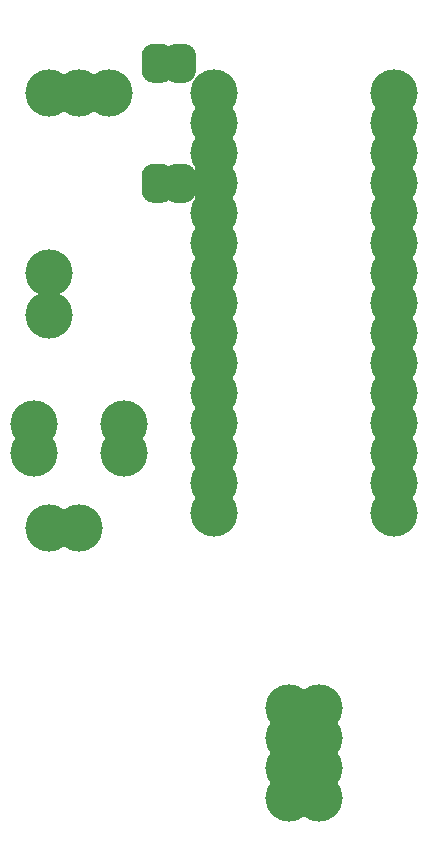
<source format=gbr>
%TF.GenerationSoftware,KiCad,Pcbnew,(5.1.8)-1*%
%TF.CreationDate,2020-11-21T17:08:59-08:00*%
%TF.ProjectId,ard_lightshow,6172645f-6c69-4676-9874-73686f772e6b,rev?*%
%TF.SameCoordinates,Original*%
%TF.FileFunction,Soldermask,Top*%
%TF.FilePolarity,Negative*%
%FSLAX46Y46*%
G04 Gerber Fmt 4.6, Leading zero omitted, Abs format (unit mm)*
G04 Created by KiCad (PCBNEW (5.1.8)-1) date 2020-11-21 17:08:59*
%MOMM*%
%LPD*%
G01*
G04 APERTURE LIST*
%ADD10C,4.000000*%
G04 APERTURE END LIST*
D10*
%TO.C,C1*%
X102870000Y-115570000D03*
X102870000Y-119070000D03*
%TD*%
%TO.C,C0*%
X101600000Y-128310000D03*
X101600000Y-130810000D03*
%TD*%
%TO.C,C2*%
X109220000Y-128310000D03*
X109220000Y-130810000D03*
%TD*%
%TO.C,R1*%
G36*
G01*
X110730000Y-98440000D02*
X110730000Y-97140000D01*
G75*
G02*
X111730000Y-96140000I1000000J0D01*
G01*
X112430000Y-96140000D01*
G75*
G02*
X113430000Y-97140000I0J-1000000D01*
G01*
X113430000Y-98440000D01*
G75*
G02*
X112430000Y-99440000I-1000000J0D01*
G01*
X111730000Y-99440000D01*
G75*
G02*
X110730000Y-98440000I0J1000000D01*
G01*
G37*
G36*
G01*
X112630000Y-98440000D02*
X112630000Y-97140000D01*
G75*
G02*
X113630000Y-96140000I1000000J0D01*
G01*
X114330000Y-96140000D01*
G75*
G02*
X115330000Y-97140000I0J-1000000D01*
G01*
X115330000Y-98440000D01*
G75*
G02*
X114330000Y-99440000I-1000000J0D01*
G01*
X113630000Y-99440000D01*
G75*
G02*
X112630000Y-98440000I0J1000000D01*
G01*
G37*
%TD*%
%TO.C,R0*%
G36*
G01*
X115330000Y-107300000D02*
X115330000Y-108600000D01*
G75*
G02*
X114330000Y-109600000I-1000000J0D01*
G01*
X113630000Y-109600000D01*
G75*
G02*
X112630000Y-108600000I0J1000000D01*
G01*
X112630000Y-107300000D01*
G75*
G02*
X113630000Y-106300000I1000000J0D01*
G01*
X114330000Y-106300000D01*
G75*
G02*
X115330000Y-107300000I0J-1000000D01*
G01*
G37*
G36*
G01*
X113430000Y-107300000D02*
X113430000Y-108600000D01*
G75*
G02*
X112430000Y-109600000I-1000000J0D01*
G01*
X111730000Y-109600000D01*
G75*
G02*
X110730000Y-108600000I0J1000000D01*
G01*
X110730000Y-107300000D01*
G75*
G02*
X111730000Y-106300000I1000000J0D01*
G01*
X112430000Y-106300000D01*
G75*
G02*
X113430000Y-107300000I0J-1000000D01*
G01*
G37*
%TD*%
%TO.C,U2*%
X107950000Y-100330000D03*
X105410000Y-100330000D03*
X102870000Y-100330000D03*
%TD*%
%TO.C,U0*%
X132080000Y-130810000D03*
X132080000Y-128270000D03*
X132080000Y-125730000D03*
X132080000Y-123190000D03*
X132080000Y-120650000D03*
X132080000Y-118110000D03*
X132080000Y-115570000D03*
X132080000Y-113030000D03*
X132080000Y-110490000D03*
X132080000Y-107950000D03*
X132080000Y-105410000D03*
X132080000Y-102870000D03*
X132080000Y-100330000D03*
X116840000Y-135890000D03*
X116840000Y-133350000D03*
X116840000Y-130810000D03*
X116840000Y-128270000D03*
X116840000Y-125730000D03*
X116840000Y-123190000D03*
X116840000Y-120650000D03*
X116840000Y-118110000D03*
X116840000Y-115570000D03*
X116840000Y-113030000D03*
X116840000Y-110490000D03*
X116840000Y-107950000D03*
X116840000Y-105410000D03*
X116840000Y-102870000D03*
X116840000Y-100330000D03*
X132080000Y-133350000D03*
X132080000Y-135890000D03*
%TD*%
%TO.C,U3*%
X105410000Y-137160000D03*
X102870000Y-137160000D03*
%TD*%
%TO.C,U1*%
X125730000Y-160020000D03*
X125730000Y-157480000D03*
X125730000Y-154940000D03*
X125730000Y-152400000D03*
X123190000Y-152400000D03*
X123190000Y-154940000D03*
X123190000Y-157480000D03*
X123190000Y-160020000D03*
%TD*%
M02*

</source>
